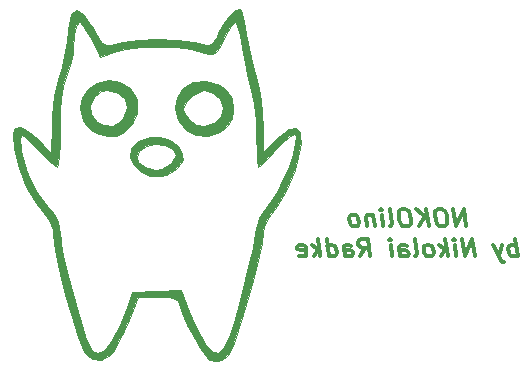
<source format=gbr>
G04 #@! TF.FileFunction,Legend,Bot*
%FSLAX46Y46*%
G04 Gerber Fmt 4.6, Leading zero omitted, Abs format (unit mm)*
G04 Created by KiCad (PCBNEW 4.0.6+dfsg1-1) date Sun Jan 28 20:28:09 2018*
%MOMM*%
%LPD*%
G01*
G04 APERTURE LIST*
%ADD10C,0.100000*%
%ADD11C,0.300000*%
%ADD12C,0.010000*%
G04 APERTURE END LIST*
D10*
D11*
X139491964Y-97353571D02*
X139304464Y-95853571D01*
X138634821Y-97353571D01*
X138447321Y-95853571D01*
X137447321Y-95853571D02*
X137161607Y-95853571D01*
X137027678Y-95925000D01*
X136902678Y-96067857D01*
X136866964Y-96353571D01*
X136929464Y-96853571D01*
X137036607Y-97139286D01*
X137197321Y-97282143D01*
X137349107Y-97353571D01*
X137634821Y-97353571D01*
X137768750Y-97282143D01*
X137893750Y-97139286D01*
X137929464Y-96853571D01*
X137866964Y-96353571D01*
X137759821Y-96067857D01*
X137599107Y-95925000D01*
X137447321Y-95853571D01*
X136349106Y-97353571D02*
X136161606Y-95853571D01*
X135491963Y-97353571D02*
X136027678Y-96496429D01*
X135304463Y-95853571D02*
X136268749Y-96710714D01*
X134375892Y-95853571D02*
X134090178Y-95853571D01*
X133956249Y-95925000D01*
X133831249Y-96067857D01*
X133795535Y-96353571D01*
X133858035Y-96853571D01*
X133965178Y-97139286D01*
X134125892Y-97282143D01*
X134277678Y-97353571D01*
X134563392Y-97353571D01*
X134697321Y-97282143D01*
X134822321Y-97139286D01*
X134858035Y-96853571D01*
X134795535Y-96353571D01*
X134688392Y-96067857D01*
X134527678Y-95925000D01*
X134375892Y-95853571D01*
X133063391Y-97353571D02*
X133197321Y-97282143D01*
X133250892Y-97139286D01*
X133090177Y-95853571D01*
X132491963Y-97353571D02*
X132366963Y-96353571D01*
X132304463Y-95853571D02*
X132384821Y-95925000D01*
X132322321Y-95996429D01*
X132241964Y-95925000D01*
X132304463Y-95853571D01*
X132322321Y-95996429D01*
X131652677Y-96353571D02*
X131777677Y-97353571D01*
X131670535Y-96496429D02*
X131590178Y-96425000D01*
X131438391Y-96353571D01*
X131224106Y-96353571D01*
X131090178Y-96425000D01*
X131036606Y-96567857D01*
X131134820Y-97353571D01*
X130206248Y-97353571D02*
X130340178Y-97282143D01*
X130402677Y-97210714D01*
X130456249Y-97067857D01*
X130402678Y-96639286D01*
X130313392Y-96496429D01*
X130233035Y-96425000D01*
X130081248Y-96353571D01*
X129866963Y-96353571D01*
X129733035Y-96425000D01*
X129670535Y-96496429D01*
X129616963Y-96639286D01*
X129670534Y-97067857D01*
X129759820Y-97210714D01*
X129840178Y-97282143D01*
X129991963Y-97353571D01*
X130206248Y-97353571D01*
X143884821Y-99903571D02*
X143697321Y-98403571D01*
X143768750Y-98975000D02*
X143616964Y-98903571D01*
X143331250Y-98903571D01*
X143197322Y-98975000D01*
X143134822Y-99046429D01*
X143081250Y-99189286D01*
X143134821Y-99617857D01*
X143224107Y-99760714D01*
X143304465Y-99832143D01*
X143456250Y-99903571D01*
X143741964Y-99903571D01*
X143875893Y-99832143D01*
X142545535Y-98903571D02*
X142313392Y-99903571D01*
X141831250Y-98903571D02*
X142313392Y-99903571D01*
X142500893Y-100260714D01*
X142581250Y-100332143D01*
X142733035Y-100403571D01*
X140241964Y-99903571D02*
X140054464Y-98403571D01*
X139384821Y-99903571D01*
X139197321Y-98403571D01*
X138670535Y-99903571D02*
X138545535Y-98903571D01*
X138483035Y-98403571D02*
X138563393Y-98475000D01*
X138500893Y-98546429D01*
X138420536Y-98475000D01*
X138483035Y-98403571D01*
X138500893Y-98546429D01*
X137956249Y-99903571D02*
X137768749Y-98403571D01*
X137741964Y-99332143D02*
X137384821Y-99903571D01*
X137259821Y-98903571D02*
X137902678Y-99475000D01*
X136527677Y-99903571D02*
X136661607Y-99832143D01*
X136724106Y-99760714D01*
X136777678Y-99617857D01*
X136724107Y-99189286D01*
X136634821Y-99046429D01*
X136554464Y-98975000D01*
X136402677Y-98903571D01*
X136188392Y-98903571D01*
X136054464Y-98975000D01*
X135991964Y-99046429D01*
X135938392Y-99189286D01*
X135991963Y-99617857D01*
X136081249Y-99760714D01*
X136161607Y-99832143D01*
X136313392Y-99903571D01*
X136527677Y-99903571D01*
X135170534Y-99903571D02*
X135304464Y-99832143D01*
X135358035Y-99689286D01*
X135197320Y-98403571D01*
X133956249Y-99903571D02*
X133858035Y-99117857D01*
X133911607Y-98975000D01*
X134045535Y-98903571D01*
X134331249Y-98903571D01*
X134483035Y-98975000D01*
X133947321Y-99832143D02*
X134099106Y-99903571D01*
X134456249Y-99903571D01*
X134590178Y-99832143D01*
X134643750Y-99689286D01*
X134625893Y-99546429D01*
X134536606Y-99403571D01*
X134384821Y-99332143D01*
X134027678Y-99332143D01*
X133875892Y-99260714D01*
X133241963Y-99903571D02*
X133116963Y-98903571D01*
X133054463Y-98403571D02*
X133134821Y-98475000D01*
X133072321Y-98546429D01*
X132991964Y-98475000D01*
X133054463Y-98403571D01*
X133072321Y-98546429D01*
X130527677Y-99903571D02*
X130938392Y-99189286D01*
X131384820Y-99903571D02*
X131197320Y-98403571D01*
X130625892Y-98403571D01*
X130491963Y-98475000D01*
X130429464Y-98546429D01*
X130375892Y-98689286D01*
X130402677Y-98903571D01*
X130491964Y-99046429D01*
X130572320Y-99117857D01*
X130724107Y-99189286D01*
X131295535Y-99189286D01*
X129241963Y-99903571D02*
X129143749Y-99117857D01*
X129197321Y-98975000D01*
X129331249Y-98903571D01*
X129616963Y-98903571D01*
X129768749Y-98975000D01*
X129233035Y-99832143D02*
X129384820Y-99903571D01*
X129741963Y-99903571D01*
X129875892Y-99832143D01*
X129929464Y-99689286D01*
X129911607Y-99546429D01*
X129822320Y-99403571D01*
X129670535Y-99332143D01*
X129313392Y-99332143D01*
X129161606Y-99260714D01*
X127884820Y-99903571D02*
X127697320Y-98403571D01*
X127875892Y-99832143D02*
X128027677Y-99903571D01*
X128313391Y-99903571D01*
X128447321Y-99832143D01*
X128509820Y-99760714D01*
X128563392Y-99617857D01*
X128509821Y-99189286D01*
X128420535Y-99046429D01*
X128340178Y-98975000D01*
X128188391Y-98903571D01*
X127902677Y-98903571D01*
X127768749Y-98975000D01*
X127170534Y-99903571D02*
X126983034Y-98403571D01*
X126956249Y-99332143D02*
X126599106Y-99903571D01*
X126474106Y-98903571D02*
X127116963Y-99475000D01*
X125375892Y-99832143D02*
X125527677Y-99903571D01*
X125813391Y-99903571D01*
X125947320Y-99832143D01*
X126000892Y-99689286D01*
X125929463Y-99117857D01*
X125840177Y-98975000D01*
X125688391Y-98903571D01*
X125402677Y-98903571D01*
X125268749Y-98975000D01*
X125215177Y-99117857D01*
X125233034Y-99260714D01*
X125965177Y-99403571D01*
D12*
G36*
X120031860Y-79013148D02*
X119549074Y-79473323D01*
X119017834Y-80162873D01*
X118548515Y-80948432D01*
X118389436Y-81291666D01*
X118023347Y-81917596D01*
X117626186Y-82037213D01*
X117569827Y-82018907D01*
X116469203Y-81742514D01*
X115009045Y-81572170D01*
X113384807Y-81511033D01*
X111791941Y-81562258D01*
X110425902Y-81729004D01*
X109774983Y-81893006D01*
X109336554Y-82032963D01*
X109021294Y-82036738D01*
X108728195Y-81822806D01*
X108356247Y-81309641D01*
X107804441Y-80415719D01*
X107669377Y-80193551D01*
X107069199Y-79393325D01*
X106555632Y-79072534D01*
X106174124Y-79252955D01*
X106082302Y-79433040D01*
X105976357Y-79890367D01*
X105837507Y-80727316D01*
X105695983Y-81761374D01*
X105493048Y-82990353D01*
X105211309Y-84202799D01*
X104965863Y-84983333D01*
X104639447Y-86272603D01*
X104466078Y-87995931D01*
X104443817Y-88726160D01*
X104410000Y-91198987D01*
X103330447Y-90066716D01*
X102509820Y-89341575D01*
X101816906Y-88981602D01*
X101330606Y-89009698D01*
X101131007Y-89428333D01*
X101228857Y-90817049D01*
X101636822Y-92407416D01*
X102279174Y-93989114D01*
X103080183Y-95351820D01*
X103416198Y-95775062D01*
X104194121Y-96806909D01*
X104529226Y-97656800D01*
X104551112Y-97919856D01*
X104637960Y-98885384D01*
X104873962Y-100216815D01*
X105222305Y-101776632D01*
X105646177Y-103427319D01*
X106108766Y-105031359D01*
X106573257Y-106451235D01*
X107002840Y-107549432D01*
X107264253Y-108055000D01*
X107875178Y-108585911D01*
X108626862Y-108634876D01*
X109375655Y-108207505D01*
X109596828Y-107963928D01*
X109989424Y-107336787D01*
X110474472Y-106384102D01*
X110948398Y-105309640D01*
X110957867Y-105286295D01*
X111747778Y-103334733D01*
X113396978Y-103331255D01*
X114344602Y-103355554D01*
X114872599Y-103464056D01*
X115124478Y-103702546D01*
X115197288Y-103905628D01*
X115477578Y-104708118D01*
X115922189Y-105703095D01*
X116452123Y-106742669D01*
X116988381Y-107678951D01*
X117451965Y-108364052D01*
X117723777Y-108635363D01*
X118399524Y-108761452D01*
X118826346Y-108683333D01*
X119326189Y-108224223D01*
X119848008Y-107231867D01*
X120054702Y-106703411D01*
X120412103Y-105632639D01*
X120812712Y-104287943D01*
X121223879Y-102797438D01*
X121612952Y-101289238D01*
X121947281Y-99891458D01*
X122194215Y-98732213D01*
X122321103Y-97939617D01*
X122331112Y-97771278D01*
X122505339Y-97165840D01*
X122952226Y-96367088D01*
X123330759Y-95852835D01*
X124299621Y-94343635D01*
X125043250Y-92547731D01*
X125458134Y-90729584D01*
X125497415Y-90317348D01*
X125462504Y-89730377D01*
X125108507Y-89730377D01*
X125065940Y-90348633D01*
X124845375Y-91239347D01*
X124487733Y-92288206D01*
X124033934Y-93380899D01*
X123524899Y-94403115D01*
X123001548Y-95240541D01*
X122775787Y-95522696D01*
X121999099Y-96673702D01*
X121659741Y-97907220D01*
X121440494Y-99186448D01*
X121092263Y-100807621D01*
X120663532Y-102576865D01*
X120202789Y-104300304D01*
X119758516Y-105784064D01*
X119508216Y-106510350D01*
X119025650Y-107570168D01*
X118555824Y-108072569D01*
X118061331Y-108022346D01*
X117504764Y-107424295D01*
X117131333Y-106815007D01*
X116576517Y-105715183D01*
X116056267Y-104515367D01*
X115908304Y-104123285D01*
X115417755Y-102742111D01*
X113328067Y-102823278D01*
X111238379Y-102904444D01*
X110858371Y-104004606D01*
X110188740Y-105728194D01*
X109534487Y-107001252D01*
X108916151Y-107800487D01*
X108354272Y-108102610D01*
X107869389Y-107884328D01*
X107680676Y-107608048D01*
X107367879Y-106867267D01*
X106978138Y-105716718D01*
X106550361Y-104299058D01*
X106123459Y-102756947D01*
X105736342Y-101233041D01*
X105427921Y-99869999D01*
X105237106Y-98810480D01*
X105204624Y-98530000D01*
X105070666Y-97441149D01*
X104843842Y-96696426D01*
X104438684Y-96075559D01*
X104109534Y-95707778D01*
X103135492Y-94377188D01*
X102350495Y-92722916D01*
X101861612Y-90979737D01*
X101812944Y-90671877D01*
X101744557Y-89970594D01*
X101818743Y-89644141D01*
X102090957Y-89706138D01*
X102616656Y-90170209D01*
X103451296Y-91049976D01*
X103480337Y-91081469D01*
X104128329Y-91742959D01*
X104642083Y-92192701D01*
X104869278Y-92321111D01*
X104968393Y-92057948D01*
X105048443Y-91344517D01*
X105100349Y-90294909D01*
X105115556Y-89227115D01*
X105142298Y-87632796D01*
X105235621Y-86443419D01*
X105415173Y-85501439D01*
X105680000Y-84701111D01*
X106011576Y-83661549D01*
X106216566Y-82637530D01*
X106248299Y-82221219D01*
X106311579Y-81171534D01*
X106473125Y-80414461D01*
X106703298Y-80056737D01*
X106846342Y-80067591D01*
X107108373Y-80391573D01*
X107508335Y-81055149D01*
X107800685Y-81604596D01*
X108499526Y-82983691D01*
X109665246Y-82572401D01*
X110665691Y-82344945D01*
X112002009Y-82207977D01*
X113494777Y-82161723D01*
X114964574Y-82206410D01*
X116231978Y-82342264D01*
X117102280Y-82563030D01*
X117678429Y-82774785D01*
X118084135Y-82773060D01*
X118432029Y-82478444D01*
X118834744Y-81811525D01*
X119212202Y-81075429D01*
X119601884Y-80406473D01*
X119914825Y-80051734D01*
X120022466Y-80039984D01*
X120158909Y-80395203D01*
X120338902Y-81152079D01*
X120525596Y-82153579D01*
X120542150Y-82254555D01*
X120782755Y-83554674D01*
X121077829Y-84894608D01*
X121318261Y-85820949D01*
X121553121Y-86965953D01*
X121712011Y-88418119D01*
X121766667Y-89842615D01*
X121780334Y-90946315D01*
X121816882Y-91797104D01*
X121869636Y-92267495D01*
X121896469Y-92321111D01*
X122139450Y-92130738D01*
X122653435Y-91631008D01*
X123328411Y-90929005D01*
X123346200Y-90910000D01*
X124045626Y-90201018D01*
X124614618Y-89694382D01*
X124930882Y-89498904D01*
X124932155Y-89498889D01*
X125108507Y-89730377D01*
X125462504Y-89730377D01*
X125442919Y-89401112D01*
X125130149Y-88985647D01*
X124562366Y-89071527D01*
X123742833Y-89659327D01*
X123428708Y-89952778D01*
X122331112Y-91024553D01*
X122310140Y-89062276D01*
X122275515Y-87675751D01*
X122184478Y-86625078D01*
X122004007Y-85682150D01*
X121701081Y-84618859D01*
X121637949Y-84418889D01*
X121382418Y-83467413D01*
X121114356Y-82236975D01*
X120910234Y-81103694D01*
X120723370Y-80089808D01*
X120530714Y-79314166D01*
X120370694Y-78928416D01*
X120355814Y-78915715D01*
X120031860Y-79013148D01*
X120031860Y-79013148D01*
G37*
X120031860Y-79013148D02*
X119549074Y-79473323D01*
X119017834Y-80162873D01*
X118548515Y-80948432D01*
X118389436Y-81291666D01*
X118023347Y-81917596D01*
X117626186Y-82037213D01*
X117569827Y-82018907D01*
X116469203Y-81742514D01*
X115009045Y-81572170D01*
X113384807Y-81511033D01*
X111791941Y-81562258D01*
X110425902Y-81729004D01*
X109774983Y-81893006D01*
X109336554Y-82032963D01*
X109021294Y-82036738D01*
X108728195Y-81822806D01*
X108356247Y-81309641D01*
X107804441Y-80415719D01*
X107669377Y-80193551D01*
X107069199Y-79393325D01*
X106555632Y-79072534D01*
X106174124Y-79252955D01*
X106082302Y-79433040D01*
X105976357Y-79890367D01*
X105837507Y-80727316D01*
X105695983Y-81761374D01*
X105493048Y-82990353D01*
X105211309Y-84202799D01*
X104965863Y-84983333D01*
X104639447Y-86272603D01*
X104466078Y-87995931D01*
X104443817Y-88726160D01*
X104410000Y-91198987D01*
X103330447Y-90066716D01*
X102509820Y-89341575D01*
X101816906Y-88981602D01*
X101330606Y-89009698D01*
X101131007Y-89428333D01*
X101228857Y-90817049D01*
X101636822Y-92407416D01*
X102279174Y-93989114D01*
X103080183Y-95351820D01*
X103416198Y-95775062D01*
X104194121Y-96806909D01*
X104529226Y-97656800D01*
X104551112Y-97919856D01*
X104637960Y-98885384D01*
X104873962Y-100216815D01*
X105222305Y-101776632D01*
X105646177Y-103427319D01*
X106108766Y-105031359D01*
X106573257Y-106451235D01*
X107002840Y-107549432D01*
X107264253Y-108055000D01*
X107875178Y-108585911D01*
X108626862Y-108634876D01*
X109375655Y-108207505D01*
X109596828Y-107963928D01*
X109989424Y-107336787D01*
X110474472Y-106384102D01*
X110948398Y-105309640D01*
X110957867Y-105286295D01*
X111747778Y-103334733D01*
X113396978Y-103331255D01*
X114344602Y-103355554D01*
X114872599Y-103464056D01*
X115124478Y-103702546D01*
X115197288Y-103905628D01*
X115477578Y-104708118D01*
X115922189Y-105703095D01*
X116452123Y-106742669D01*
X116988381Y-107678951D01*
X117451965Y-108364052D01*
X117723777Y-108635363D01*
X118399524Y-108761452D01*
X118826346Y-108683333D01*
X119326189Y-108224223D01*
X119848008Y-107231867D01*
X120054702Y-106703411D01*
X120412103Y-105632639D01*
X120812712Y-104287943D01*
X121223879Y-102797438D01*
X121612952Y-101289238D01*
X121947281Y-99891458D01*
X122194215Y-98732213D01*
X122321103Y-97939617D01*
X122331112Y-97771278D01*
X122505339Y-97165840D01*
X122952226Y-96367088D01*
X123330759Y-95852835D01*
X124299621Y-94343635D01*
X125043250Y-92547731D01*
X125458134Y-90729584D01*
X125497415Y-90317348D01*
X125462504Y-89730377D01*
X125108507Y-89730377D01*
X125065940Y-90348633D01*
X124845375Y-91239347D01*
X124487733Y-92288206D01*
X124033934Y-93380899D01*
X123524899Y-94403115D01*
X123001548Y-95240541D01*
X122775787Y-95522696D01*
X121999099Y-96673702D01*
X121659741Y-97907220D01*
X121440494Y-99186448D01*
X121092263Y-100807621D01*
X120663532Y-102576865D01*
X120202789Y-104300304D01*
X119758516Y-105784064D01*
X119508216Y-106510350D01*
X119025650Y-107570168D01*
X118555824Y-108072569D01*
X118061331Y-108022346D01*
X117504764Y-107424295D01*
X117131333Y-106815007D01*
X116576517Y-105715183D01*
X116056267Y-104515367D01*
X115908304Y-104123285D01*
X115417755Y-102742111D01*
X113328067Y-102823278D01*
X111238379Y-102904444D01*
X110858371Y-104004606D01*
X110188740Y-105728194D01*
X109534487Y-107001252D01*
X108916151Y-107800487D01*
X108354272Y-108102610D01*
X107869389Y-107884328D01*
X107680676Y-107608048D01*
X107367879Y-106867267D01*
X106978138Y-105716718D01*
X106550361Y-104299058D01*
X106123459Y-102756947D01*
X105736342Y-101233041D01*
X105427921Y-99869999D01*
X105237106Y-98810480D01*
X105204624Y-98530000D01*
X105070666Y-97441149D01*
X104843842Y-96696426D01*
X104438684Y-96075559D01*
X104109534Y-95707778D01*
X103135492Y-94377188D01*
X102350495Y-92722916D01*
X101861612Y-90979737D01*
X101812944Y-90671877D01*
X101744557Y-89970594D01*
X101818743Y-89644141D01*
X102090957Y-89706138D01*
X102616656Y-90170209D01*
X103451296Y-91049976D01*
X103480337Y-91081469D01*
X104128329Y-91742959D01*
X104642083Y-92192701D01*
X104869278Y-92321111D01*
X104968393Y-92057948D01*
X105048443Y-91344517D01*
X105100349Y-90294909D01*
X105115556Y-89227115D01*
X105142298Y-87632796D01*
X105235621Y-86443419D01*
X105415173Y-85501439D01*
X105680000Y-84701111D01*
X106011576Y-83661549D01*
X106216566Y-82637530D01*
X106248299Y-82221219D01*
X106311579Y-81171534D01*
X106473125Y-80414461D01*
X106703298Y-80056737D01*
X106846342Y-80067591D01*
X107108373Y-80391573D01*
X107508335Y-81055149D01*
X107800685Y-81604596D01*
X108499526Y-82983691D01*
X109665246Y-82572401D01*
X110665691Y-82344945D01*
X112002009Y-82207977D01*
X113494777Y-82161723D01*
X114964574Y-82206410D01*
X116231978Y-82342264D01*
X117102280Y-82563030D01*
X117678429Y-82774785D01*
X118084135Y-82773060D01*
X118432029Y-82478444D01*
X118834744Y-81811525D01*
X119212202Y-81075429D01*
X119601884Y-80406473D01*
X119914825Y-80051734D01*
X120022466Y-80039984D01*
X120158909Y-80395203D01*
X120338902Y-81152079D01*
X120525596Y-82153579D01*
X120542150Y-82254555D01*
X120782755Y-83554674D01*
X121077829Y-84894608D01*
X121318261Y-85820949D01*
X121553121Y-86965953D01*
X121712011Y-88418119D01*
X121766667Y-89842615D01*
X121780334Y-90946315D01*
X121816882Y-91797104D01*
X121869636Y-92267495D01*
X121896469Y-92321111D01*
X122139450Y-92130738D01*
X122653435Y-91631008D01*
X123328411Y-90929005D01*
X123346200Y-90910000D01*
X124045626Y-90201018D01*
X124614618Y-89694382D01*
X124930882Y-89498904D01*
X124932155Y-89498889D01*
X125108507Y-89730377D01*
X125462504Y-89730377D01*
X125442919Y-89401112D01*
X125130149Y-88985647D01*
X124562366Y-89071527D01*
X123742833Y-89659327D01*
X123428708Y-89952778D01*
X122331112Y-91024553D01*
X122310140Y-89062276D01*
X122275515Y-87675751D01*
X122184478Y-86625078D01*
X122004007Y-85682150D01*
X121701081Y-84618859D01*
X121637949Y-84418889D01*
X121382418Y-83467413D01*
X121114356Y-82236975D01*
X120910234Y-81103694D01*
X120723370Y-80089808D01*
X120530714Y-79314166D01*
X120370694Y-78928416D01*
X120355814Y-78915715D01*
X120031860Y-79013148D01*
G36*
X111854901Y-90102925D02*
X111669463Y-90220448D01*
X111143181Y-90834393D01*
X111073523Y-91517977D01*
X111376615Y-92178184D01*
X111968580Y-92721999D01*
X112765542Y-93056407D01*
X113683625Y-93088394D01*
X114146667Y-92967559D01*
X114700363Y-92658932D01*
X115063889Y-92381655D01*
X115508844Y-91743479D01*
X115496805Y-91332170D01*
X114924325Y-91332170D01*
X114617684Y-91925559D01*
X114444687Y-92082847D01*
X113784965Y-92501631D01*
X113136481Y-92563514D01*
X112311026Y-92320656D01*
X111735202Y-91930157D01*
X111612537Y-91450394D01*
X111861425Y-90972722D01*
X112400258Y-90588497D01*
X113147432Y-90389075D01*
X113978008Y-90454534D01*
X114702191Y-90810747D01*
X114924325Y-91332170D01*
X115496805Y-91332170D01*
X115490186Y-91106064D01*
X115105406Y-90531481D01*
X114451996Y-90081804D01*
X113627448Y-89819104D01*
X112729252Y-89805454D01*
X111854901Y-90102925D01*
X111854901Y-90102925D01*
G37*
X111854901Y-90102925D02*
X111669463Y-90220448D01*
X111143181Y-90834393D01*
X111073523Y-91517977D01*
X111376615Y-92178184D01*
X111968580Y-92721999D01*
X112765542Y-93056407D01*
X113683625Y-93088394D01*
X114146667Y-92967559D01*
X114700363Y-92658932D01*
X115063889Y-92381655D01*
X115508844Y-91743479D01*
X115496805Y-91332170D01*
X114924325Y-91332170D01*
X114617684Y-91925559D01*
X114444687Y-92082847D01*
X113784965Y-92501631D01*
X113136481Y-92563514D01*
X112311026Y-92320656D01*
X111735202Y-91930157D01*
X111612537Y-91450394D01*
X111861425Y-90972722D01*
X112400258Y-90588497D01*
X113147432Y-90389075D01*
X113978008Y-90454534D01*
X114702191Y-90810747D01*
X114924325Y-91332170D01*
X115496805Y-91332170D01*
X115490186Y-91106064D01*
X115105406Y-90531481D01*
X114451996Y-90081804D01*
X113627448Y-89819104D01*
X112729252Y-89805454D01*
X111854901Y-90102925D01*
G36*
X116433097Y-85160619D02*
X115569864Y-85670262D01*
X115019435Y-86519188D01*
X114880445Y-87351920D01*
X115125336Y-88386340D01*
X115766395Y-89173544D01*
X116663203Y-89640424D01*
X117675338Y-89713871D01*
X118662223Y-89320885D01*
X119371048Y-88747233D01*
X119702237Y-88203343D01*
X119786790Y-87475860D01*
X119766765Y-87307679D01*
X118900565Y-87307679D01*
X118740315Y-88032366D01*
X118317204Y-88495108D01*
X117420112Y-88895772D01*
X116613274Y-88748521D01*
X116122223Y-88370000D01*
X115703603Y-87811260D01*
X115557778Y-87382222D01*
X115793676Y-86781143D01*
X116360214Y-86212462D01*
X117045662Y-85864881D01*
X117299445Y-85830000D01*
X118119322Y-86047264D01*
X118673298Y-86592901D01*
X118900565Y-87307679D01*
X119766765Y-87307679D01*
X119665594Y-86458027D01*
X119221819Y-85778884D01*
X118642038Y-85396229D01*
X117495150Y-85049520D01*
X116433097Y-85160619D01*
X116433097Y-85160619D01*
G37*
X116433097Y-85160619D02*
X115569864Y-85670262D01*
X115019435Y-86519188D01*
X114880445Y-87351920D01*
X115125336Y-88386340D01*
X115766395Y-89173544D01*
X116663203Y-89640424D01*
X117675338Y-89713871D01*
X118662223Y-89320885D01*
X119371048Y-88747233D01*
X119702237Y-88203343D01*
X119786790Y-87475860D01*
X119766765Y-87307679D01*
X118900565Y-87307679D01*
X118740315Y-88032366D01*
X118317204Y-88495108D01*
X117420112Y-88895772D01*
X116613274Y-88748521D01*
X116122223Y-88370000D01*
X115703603Y-87811260D01*
X115557778Y-87382222D01*
X115793676Y-86781143D01*
X116360214Y-86212462D01*
X117045662Y-85864881D01*
X117299445Y-85830000D01*
X118119322Y-86047264D01*
X118673298Y-86592901D01*
X118900565Y-87307679D01*
X119766765Y-87307679D01*
X119665594Y-86458027D01*
X119221819Y-85778884D01*
X118642038Y-85396229D01*
X117495150Y-85049520D01*
X116433097Y-85160619D01*
G36*
X108298749Y-85188987D02*
X107493787Y-85698912D01*
X106957460Y-86506335D01*
X106808889Y-87349235D01*
X107044308Y-88413359D01*
X107759423Y-89188782D01*
X108423279Y-89522525D01*
X109208475Y-89742692D01*
X109864597Y-89659833D01*
X110518400Y-89353149D01*
X111238421Y-88685416D01*
X111655617Y-87749944D01*
X111665143Y-87368397D01*
X110772586Y-87368397D01*
X110470355Y-88194743D01*
X110292926Y-88418333D01*
X109606661Y-88877301D01*
X108825761Y-88800605D01*
X108282797Y-88495108D01*
X107783407Y-87864883D01*
X107702493Y-87110013D01*
X107985573Y-86407016D01*
X108578166Y-85932408D01*
X109105380Y-85830000D01*
X110026407Y-86047206D01*
X110603373Y-86606278D01*
X110772586Y-87368397D01*
X111665143Y-87368397D01*
X111679909Y-86777027D01*
X111613481Y-86553476D01*
X111029713Y-85658804D01*
X110196286Y-85147473D01*
X109242774Y-84998021D01*
X108298749Y-85188987D01*
X108298749Y-85188987D01*
G37*
X108298749Y-85188987D02*
X107493787Y-85698912D01*
X106957460Y-86506335D01*
X106808889Y-87349235D01*
X107044308Y-88413359D01*
X107759423Y-89188782D01*
X108423279Y-89522525D01*
X109208475Y-89742692D01*
X109864597Y-89659833D01*
X110518400Y-89353149D01*
X111238421Y-88685416D01*
X111655617Y-87749944D01*
X111665143Y-87368397D01*
X110772586Y-87368397D01*
X110470355Y-88194743D01*
X110292926Y-88418333D01*
X109606661Y-88877301D01*
X108825761Y-88800605D01*
X108282797Y-88495108D01*
X107783407Y-87864883D01*
X107702493Y-87110013D01*
X107985573Y-86407016D01*
X108578166Y-85932408D01*
X109105380Y-85830000D01*
X110026407Y-86047206D01*
X110603373Y-86606278D01*
X110772586Y-87368397D01*
X111665143Y-87368397D01*
X111679909Y-86777027D01*
X111613481Y-86553476D01*
X111029713Y-85658804D01*
X110196286Y-85147473D01*
X109242774Y-84998021D01*
X108298749Y-85188987D01*
M02*

</source>
